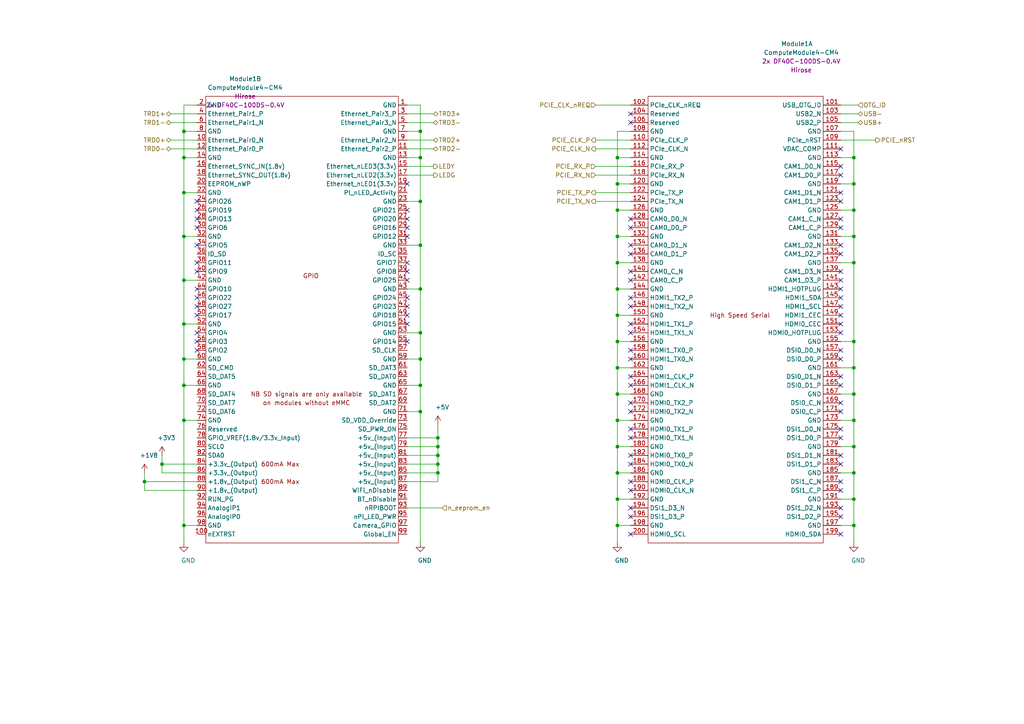
<source format=kicad_sch>
(kicad_sch (version 20211123) (generator eeschema)
  (paper "A4")
  (lib_symbols
    (symbol "CM4_NAS:ComputeModule4-CM4"
      (property "Reference" "Module" (at 113.03 -68.58 0))
      (property "Value" "ComputeModule4-CM4" (at 140.97 2.54 0))
      (property "Field4" "Hirose" (at 0 0 0))
      (property "Field5" "2x DF40C-100DS-0.4V" (at 0 -2.54 0))
      (symbol "ComputeModule4-CM4_1_0"
        (text "GPIO" (at 0 6.35 0) (effects (font (size 1.27 1.27))))
      )
      (symbol "ComputeModule4-CM4_1_1"
        (rectangle (start -30.48 -71.12) (end 25.4 58.42))
        (text "600mA Max" (at -8.89 -53.34 0) (effects (font (size 1.27 1.27))))
        (text "600mA Max" (at -8.89 -48.26 0) (effects (font (size 1.27 1.27))))
        (text "NB SD signals are only available" (at -1.27 -27.94 0) (effects (font (size 1.27 1.27))))
        (text "on modules without eMMC" (at -1.27 -30.48 0) (effects (font (size 1.27 1.27))))
        (pin power_in line (at 27.94 55.88 180) (length 2.54) (name "GND") (number "1"))
        (pin passive line (at -33.02 45.72 0) (length 2.54) (name "Ethernet_Pair0_N") (number "10"))
        (pin output line (at -33.02 -68.58 0) (length 2.54) (name "nEXTRST") (number "100"))
        (pin passive line (at 27.94 43.18 180) (length 2.54) (name "Ethernet_Pair2_P") (number "11"))
        (pin passive line (at -33.02 43.18 0) (length 2.54) (name "Ethernet_Pair0_P") (number "12"))
        (pin power_in line (at 27.94 40.64 180) (length 2.54) (name "GND") (number "13"))
        (pin power_in line (at -33.02 40.64 0) (length 2.54) (name "GND") (number "14"))
        (pin output line (at 27.94 38.1 180) (length 2.54) (name "Ethernet_nLED3(3.3v)") (number "15"))
        (pin input line (at -33.02 38.1 0) (length 2.54) (name "Ethernet_SYNC_IN(1.8v)") (number "16"))
        (pin output line (at 27.94 35.56 180) (length 2.54) (name "Ethernet_nLED2(3.3v)") (number "17"))
        (pin input line (at -33.02 35.56 0) (length 2.54) (name "Ethernet_SYNC_OUT(1.8v)") (number "18"))
        (pin output line (at 27.94 33.02 180) (length 2.54) (name "Ethernet_nLED1(3.3v)") (number "19"))
        (pin power_in line (at -33.02 55.88 0) (length 2.54) (name "GND") (number "2"))
        (pin passive line (at -33.02 33.02 0) (length 2.54) (name "EEPROM_nWP") (number "20"))
        (pin open_collector line (at 27.94 30.48 180) (length 2.54) (name "PI_nLED_Activity") (number "21"))
        (pin power_in line (at -33.02 30.48 0) (length 2.54) (name "GND") (number "22"))
        (pin power_in line (at 27.94 27.94 180) (length 2.54) (name "GND") (number "23"))
        (pin passive line (at -33.02 27.94 0) (length 2.54) (name "GPIO26") (number "24"))
        (pin passive line (at 27.94 25.4 180) (length 2.54) (name "GPIO21") (number "25"))
        (pin passive line (at -33.02 25.4 0) (length 2.54) (name "GPIO19") (number "26"))
        (pin passive line (at 27.94 22.86 180) (length 2.54) (name "GPIO20") (number "27"))
        (pin passive line (at -33.02 22.86 0) (length 2.54) (name "GPIO13") (number "28"))
        (pin passive line (at 27.94 20.32 180) (length 2.54) (name "GPIO16") (number "29"))
        (pin passive line (at 27.94 53.34 180) (length 2.54) (name "Ethernet_Pair3_P") (number "3"))
        (pin passive line (at -33.02 20.32 0) (length 2.54) (name "GPIO6") (number "30"))
        (pin passive line (at 27.94 17.78 180) (length 2.54) (name "GPIO12") (number "31"))
        (pin power_in line (at -33.02 17.78 0) (length 2.54) (name "GND") (number "32"))
        (pin power_in line (at 27.94 15.24 180) (length 2.54) (name "GND") (number "33"))
        (pin passive line (at -33.02 15.24 0) (length 2.54) (name "GPIO5") (number "34"))
        (pin passive line (at 27.94 12.7 180) (length 2.54) (name "ID_SC") (number "35"))
        (pin passive line (at -33.02 12.7 0) (length 2.54) (name "ID_SD") (number "36"))
        (pin passive line (at 27.94 10.16 180) (length 2.54) (name "GPIO7") (number "37"))
        (pin passive line (at -33.02 10.16 0) (length 2.54) (name "GPIO11") (number "38"))
        (pin passive line (at 27.94 7.62 180) (length 2.54) (name "GPIO8") (number "39"))
        (pin passive line (at -33.02 53.34 0) (length 2.54) (name "Ethernet_Pair1_P") (number "4"))
        (pin passive line (at -33.02 7.62 0) (length 2.54) (name "GPIO9") (number "40"))
        (pin passive line (at 27.94 5.08 180) (length 2.54) (name "GPIO25") (number "41"))
        (pin power_in line (at -33.02 5.08 0) (length 2.54) (name "GND") (number "42"))
        (pin power_in line (at 27.94 2.54 180) (length 2.54) (name "GND") (number "43"))
        (pin passive line (at -33.02 2.54 0) (length 2.54) (name "GPIO10") (number "44"))
        (pin passive line (at 27.94 0 180) (length 2.54) (name "GPIO24") (number "45"))
        (pin passive line (at -33.02 0 0) (length 2.54) (name "GPIO22") (number "46"))
        (pin passive line (at 27.94 -2.54 180) (length 2.54) (name "GPIO23") (number "47"))
        (pin passive line (at -33.02 -2.54 0) (length 2.54) (name "GPIO27") (number "48"))
        (pin passive line (at 27.94 -5.08 180) (length 2.54) (name "GPIO18") (number "49"))
        (pin passive line (at 27.94 50.8 180) (length 2.54) (name "Ethernet_Pair3_N") (number "5"))
        (pin passive line (at -33.02 -5.08 0) (length 2.54) (name "GPIO17") (number "50"))
        (pin passive line (at 27.94 -7.62 180) (length 2.54) (name "GPIO15") (number "51"))
        (pin power_in line (at -33.02 -7.62 0) (length 2.54) (name "GND") (number "52"))
        (pin power_in line (at 27.94 -10.16 180) (length 2.54) (name "GND") (number "53"))
        (pin passive line (at -33.02 -10.16 0) (length 2.54) (name "GPIO4") (number "54"))
        (pin passive line (at 27.94 -12.7 180) (length 2.54) (name "GPIO14") (number "55"))
        (pin passive line (at -33.02 -12.7 0) (length 2.54) (name "GPIO3") (number "56"))
        (pin passive line (at 27.94 -15.24 180) (length 2.54) (name "SD_CLK") (number "57"))
        (pin passive line (at -33.02 -15.24 0) (length 2.54) (name "GPIO2") (number "58"))
        (pin power_in line (at 27.94 -17.78 180) (length 2.54) (name "GND") (number "59"))
        (pin passive line (at -33.02 50.8 0) (length 2.54) (name "Ethernet_Pair1_N") (number "6"))
        (pin power_in line (at -33.02 -17.78 0) (length 2.54) (name "GND") (number "60"))
        (pin passive line (at 27.94 -20.32 180) (length 2.54) (name "SD_DAT3") (number "61"))
        (pin passive line (at -33.02 -20.32 0) (length 2.54) (name "SD_CMD") (number "62"))
        (pin passive line (at 27.94 -22.86 180) (length 2.54) (name "SD_DAT0") (number "63"))
        (pin passive line (at -33.02 -22.86 0) (length 2.54) (name "SD_DAT5") (number "64"))
        (pin power_in line (at 27.94 -25.4 180) (length 2.54) (name "GND") (number "65"))
        (pin power_in line (at -33.02 -25.4 0) (length 2.54) (name "GND") (number "66"))
        (pin passive line (at 27.94 -27.94 180) (length 2.54) (name "SD_DAT1") (number "67"))
        (pin passive line (at -33.02 -27.94 0) (length 2.54) (name "SD_DAT4") (number "68"))
        (pin passive line (at 27.94 -30.48 180) (length 2.54) (name "SD_DAT2") (number "69"))
        (pin power_in line (at 27.94 48.26 180) (length 2.54) (name "GND") (number "7"))
        (pin passive line (at -33.02 -30.48 0) (length 2.54) (name "SD_DAT7") (number "70"))
        (pin power_in line (at 27.94 -33.02 180) (length 2.54) (name "GND") (number "71"))
        (pin passive line (at -33.02 -33.02 0) (length 2.54) (name "SD_DAT6") (number "72"))
        (pin input line (at 27.94 -35.56 180) (length 2.54) (name "SD_VDD_Override") (number "73"))
        (pin power_in line (at -33.02 -35.56 0) (length 2.54) (name "GND") (number "74"))
        (pin output line (at 27.94 -38.1 180) (length 2.54) (name "SD_PWR_ON") (number "75"))
        (pin passive line (at -33.02 -38.1 0) (length 2.54) (name "Reserved") (number "76"))
        (pin power_in line (at 27.94 -40.64 180) (length 2.54) (name "+5v_(Input)") (number "77"))
        (pin power_in line (at -33.02 -40.64 0) (length 2.54) (name "GPIO_VREF(1.8v/3.3v_Input)") (number "78"))
        (pin power_in line (at 27.94 -43.18 180) (length 2.54) (name "+5v_(Input)") (number "79"))
        (pin power_in line (at -33.02 48.26 0) (length 2.54) (name "GND") (number "8"))
        (pin passive line (at -33.02 -43.18 0) (length 2.54) (name "SCL0") (number "80"))
        (pin power_in line (at 27.94 -45.72 180) (length 2.54) (name "+5v_(Input)") (number "81"))
        (pin passive line (at -33.02 -45.72 0) (length 2.54) (name "SDA0") (number "82"))
        (pin power_in line (at 27.94 -48.26 180) (length 2.54) (name "+5v_(Input)") (number "83"))
        (pin power_out line (at -33.02 -48.26 0) (length 2.54) (name "+3.3v_(Output)") (number "84"))
        (pin power_in line (at 27.94 -50.8 180) (length 2.54) (name "+5v_(Input)") (number "85"))
        (pin power_out line (at -33.02 -50.8 0) (length 2.54) (name "+3.3v_(Output)") (number "86"))
        (pin power_in line (at 27.94 -53.34 180) (length 2.54) (name "+5v_(Input)") (number "87"))
        (pin power_out line (at -33.02 -53.34 0) (length 2.54) (name "+1.8v_(Output)") (number "88"))
        (pin power_in line (at 27.94 -55.88 180) (length 2.54) (name "WiFi_nDisable") (number "89"))
        (pin passive line (at 27.94 45.72 180) (length 2.54) (name "Ethernet_Pair2_N") (number "9"))
        (pin power_out line (at -33.02 -55.88 0) (length 2.54) (name "+1.8v_(Output)") (number "90"))
        (pin power_in line (at 27.94 -58.42 180) (length 2.54) (name "BT_nDisable") (number "91"))
        (pin passive line (at -33.02 -58.42 0) (length 2.54) (name "RUN_PG") (number "92"))
        (pin input line (at 27.94 -60.96 180) (length 2.54) (name "nRPIBOOT") (number "93"))
        (pin passive line (at -33.02 -60.96 0) (length 2.54) (name "AnalogIP1") (number "94"))
        (pin output line (at 27.94 -63.5 180) (length 2.54) (name "nPI_LED_PWR") (number "95"))
        (pin passive line (at -33.02 -63.5 0) (length 2.54) (name "AnalogIP0") (number "96"))
        (pin passive line (at 27.94 -66.04 180) (length 2.54) (name "Camera_GPIO") (number "97"))
        (pin power_in line (at -33.02 -66.04 0) (length 2.54) (name "GND") (number "98"))
        (pin input line (at 27.94 -68.58 180) (length 2.54) (name "Global_EN") (number "99"))
      )
      (symbol "ComputeModule4-CM4_2_1"
        (rectangle (start 114.3 -66.04) (end 165.1 63.5))
        (text "High Speed Serial" (at 140.97 0 0) (effects (font (size 1.27 1.27))))
        (pin input line (at 170.18 60.96 180) (length 5.08) (name "USB_OTG_ID") (number "101"))
        (pin input line (at 109.22 60.96 0) (length 5.08) (name "PCIe_CLK_nREQ") (number "102"))
        (pin passive line (at 170.18 58.42 180) (length 5.08) (name "USB2_N") (number "103"))
        (pin passive line (at 109.22 58.42 0) (length 5.08) (name "Reserved") (number "104"))
        (pin passive line (at 170.18 55.88 180) (length 5.08) (name "USB2_P") (number "105"))
        (pin passive line (at 109.22 55.88 0) (length 5.08) (name "Reserved") (number "106"))
        (pin power_in line (at 170.18 53.34 180) (length 5.08) (name "GND") (number "107"))
        (pin power_in line (at 109.22 53.34 0) (length 5.08) (name "GND") (number "108"))
        (pin bidirectional line (at 170.18 50.8 180) (length 5.08) (name "PCIe_nRST") (number "109"))
        (pin output line (at 109.22 50.8 0) (length 5.08) (name "PCIe_CLK_P") (number "110"))
        (pin passive line (at 170.18 48.26 180) (length 5.08) (name "VDAC_COMP") (number "111"))
        (pin output line (at 109.22 48.26 0) (length 5.08) (name "PCIe_CLK_N") (number "112"))
        (pin power_in line (at 170.18 45.72 180) (length 5.08) (name "GND") (number "113"))
        (pin power_in line (at 109.22 45.72 0) (length 5.08) (name "GND") (number "114"))
        (pin input line (at 170.18 43.18 180) (length 5.08) (name "CAM1_D0_N") (number "115"))
        (pin input line (at 109.22 43.18 0) (length 5.08) (name "PCIe_RX_P") (number "116"))
        (pin input line (at 170.18 40.64 180) (length 5.08) (name "CAM1_D0_P") (number "117"))
        (pin input line (at 109.22 40.64 0) (length 5.08) (name "PCIe_RX_N") (number "118"))
        (pin power_in line (at 170.18 38.1 180) (length 5.08) (name "GND") (number "119"))
        (pin power_in line (at 109.22 38.1 0) (length 5.08) (name "GND") (number "120"))
        (pin input line (at 170.18 35.56 180) (length 5.08) (name "CAM1_D1_N") (number "121"))
        (pin output line (at 109.22 35.56 0) (length 5.08) (name "PCIe_TX_P") (number "122"))
        (pin input line (at 170.18 33.02 180) (length 5.08) (name "CAM1_D1_P") (number "123"))
        (pin output line (at 109.22 33.02 0) (length 5.08) (name "PCIe_TX_N") (number "124"))
        (pin power_in line (at 170.18 30.48 180) (length 5.08) (name "GND") (number "125"))
        (pin power_in line (at 109.22 30.48 0) (length 5.08) (name "GND") (number "126"))
        (pin input line (at 170.18 27.94 180) (length 5.08) (name "CAM1_C_N") (number "127"))
        (pin input line (at 109.22 27.94 0) (length 5.08) (name "CAM0_D0_N") (number "128"))
        (pin input line (at 170.18 25.4 180) (length 5.08) (name "CAM1_C_P") (number "129"))
        (pin input line (at 109.22 25.4 0) (length 5.08) (name "CAM0_D0_P") (number "130"))
        (pin power_in line (at 170.18 22.86 180) (length 5.08) (name "GND") (number "131"))
        (pin power_in line (at 109.22 22.86 0) (length 5.08) (name "GND") (number "132"))
        (pin input line (at 170.18 20.32 180) (length 5.08) (name "CAM1_D2_N") (number "133"))
        (pin input line (at 109.22 20.32 0) (length 5.08) (name "CAM0_D1_N") (number "134"))
        (pin input line (at 170.18 17.78 180) (length 5.08) (name "CAM1_D2_P") (number "135"))
        (pin input line (at 109.22 17.78 0) (length 5.08) (name "CAM0_D1_P") (number "136"))
        (pin power_in line (at 170.18 15.24 180) (length 5.08) (name "GND") (number "137"))
        (pin power_in line (at 109.22 15.24 0) (length 5.08) (name "GND") (number "138"))
        (pin input line (at 170.18 12.7 180) (length 5.08) (name "CAM1_D3_N") (number "139"))
        (pin input line (at 109.22 12.7 0) (length 5.08) (name "CAM0_C_N") (number "140"))
        (pin input line (at 170.18 10.16 180) (length 5.08) (name "CAM1_D3_P") (number "141"))
        (pin input line (at 109.22 10.16 0) (length 5.08) (name "CAM0_C_P") (number "142"))
        (pin input line (at 170.18 7.62 180) (length 5.08) (name "HDMI1_HOTPLUG") (number "143"))
        (pin power_in line (at 109.22 7.62 0) (length 5.08) (name "GND") (number "144"))
        (pin bidirectional line (at 170.18 5.08 180) (length 5.08) (name "HDMI1_SDA") (number "145"))
        (pin output line (at 109.22 5.08 0) (length 5.08) (name "HDMI1_TX2_P") (number "146"))
        (pin open_collector line (at 170.18 2.54 180) (length 5.08) (name "HDMI1_SCL") (number "147"))
        (pin output line (at 109.22 2.54 0) (length 5.08) (name "HDMI1_TX2_N") (number "148"))
        (pin open_collector line (at 170.18 0 180) (length 5.08) (name "HDMI1_CEC") (number "149"))
        (pin power_in line (at 109.22 0 0) (length 5.08) (name "GND") (number "150"))
        (pin open_collector line (at 170.18 -2.54 180) (length 5.08) (name "HDMI0_CEC") (number "151"))
        (pin output line (at 109.22 -2.54 0) (length 5.08) (name "HDMI1_TX1_P") (number "152"))
        (pin input line (at 170.18 -5.08 180) (length 5.08) (name "HDMI0_HOTPLUG") (number "153"))
        (pin output line (at 109.22 -5.08 0) (length 5.08) (name "HDMI1_TX1_N") (number "154"))
        (pin power_in line (at 170.18 -7.62 180) (length 5.08) (name "GND") (number "155"))
        (pin power_in line (at 109.22 -7.62 0) (length 5.08) (name "GND") (number "156"))
        (pin output line (at 170.18 -10.16 180) (length 5.08) (name "DSI0_D0_N") (number "157"))
        (pin output line (at 109.22 -10.16 0) (length 5.08) (name "HDMI1_TX0_P") (number "158"))
        (pin output line (at 170.18 -12.7 180) (length 5.08) (name "DSI0_D0_P") (number "159"))
        (pin output line (at 109.22 -12.7 0) (length 5.08) (name "HDMI1_TX0_N") (number "160"))
        (pin power_in line (at 170.18 -15.24 180) (length 5.08) (name "GND") (number "161"))
        (pin power_in line (at 109.22 -15.24 0) (length 5.08) (name "GND") (number "162"))
        (pin output line (at 170.18 -17.78 180) (length 5.08) (name "DSI0_D1_N") (number "163"))
        (pin output line (at 109.22 -17.78 0) (length 5.08) (name "HDMI1_CLK_P") (number "164"))
        (pin output line (at 170.18 -20.32 180) (length 5.08) (name "DSI0_D1_P") (number "165"))
        (pin output line (at 109.22 -20.32 0) (length 5.08) (name "HDMI1_CLK_N") (number "166"))
        (pin power_in line (at 170.18 -22.86 180) (length 5.08) (name "GND") (number "167"))
        (pin power_in line (at 109.22 -22.86 0) (length 5.08) (name "GND") (number "168"))
        (pin output line (at 170.18 -25.4 180) (length 5.08) (name "DSI0_C_N") (number "169"))
        (pin output line (at 109.22 -25.4 0) (length 5.08) (name "HDMI0_TX2_P") (number "170"))
        (pin output line (at 170.18 -27.94 180) (length 5.08) (name "DSI0_C_P") (number "171"))
        (pin output line (at 109.22 -27.94 0) (length 5.08) (name "HDMI0_TX2_N") (number "172"))
        (pin power_in line (at 170.18 -30.48 180) (length 5.08) (name "GND") (number "173"))
        (pin power_in line (at 109.22 -30.48 0) (length 5.08) (name "GND") (number "174"))
        (pin output line (at 170.18 -33.02 180) (length 5.08) (name "DSI1_D0_N") (number "175"))
        (pin output line (at 109.22 -33.02 0) (length 5.08) (name "HDMI0_TX1_P") (number "176"))
        (pin output line (at 170.18 -35.56 180) (length 5.08) (name "DSI1_D0_P") (number "177"))
        (pin output line (at 109.22 -35.56 0) (length 5.08) (name "HDMI0_TX1_N") (number "178"))
        (pin power_in line (at 170.18 -38.1 180) (length 5.08) (name "GND") (number "179"))
        (pin power_in line (at 109.22 -38.1 0) (length 5.08) (name "GND") (number "180"))
        (pin output line (at 170.18 -40.64 180) (length 5.08) (name "DSI1_D1_N") (number "181"))
        (pin output line (at 109.22 -40.64 0) (length 5.08) (name "HDMI0_TX0_P") (number "182"))
        (pin output line (at 170.18 -43.18 180) (length 5.08) (name "DSI1_D1_P") (number "183"))
        (pin output line (at 109.22 -43.18 0) (length 5.08) (name "HDMI0_TX0_N") (number "184"))
        (pin power_in line (at 170.18 -45.72 180) (length 5.08) (name "GND") (number "185"))
        (pin power_in line (at 109.22 -45.72 0) (length 5.08) (name "GND") (number "186"))
        (pin output line (at 170.18 -48.26 180) (length 5.08) (name "DSI1_C_N") (number "187"))
        (pin output line (at 109.22 -48.26 0) (length 5.08) (name "HDMI0_CLK_P") (number "188"))
        (pin output line (at 170.18 -50.8 180) (length 5.08) (name "DSI1_C_P") (number "189"))
        (pin output line (at 109.22 -50.8 0) (length 5.08) (name "HDMI0_CLK_N") (number "190"))
        (pin power_in line (at 170.18 -53.34 180) (length 5.08) (name "GND") (number "191"))
        (pin power_in line (at 109.22 -53.34 0) (length 5.08) (name "GND") (number "192"))
        (pin output line (at 170.18 -55.88 180) (length 5.08) (name "DSI1_D2_N") (number "193"))
        (pin output line (at 109.22 -55.88 0) (length 5.08) (name "DSI1_D3_N") (number "194"))
        (pin output line (at 170.18 -58.42 180) (length 5.08) (name "DSI1_D2_P") (number "195"))
        (pin output line (at 109.22 -58.42 0) (length 5.08) (name "DSI1_D3_P") (number "196"))
        (pin power_in line (at 170.18 -60.96 180) (length 5.08) (name "GND") (number "197"))
        (pin power_in line (at 109.22 -60.96 0) (length 5.08) (name "GND") (number "198"))
        (pin bidirectional line (at 170.18 -63.5 180) (length 5.08) (name "HDMI0_SDA") (number "199"))
        (pin open_collector line (at 109.22 -63.5 0) (length 5.08) (name "HDMI0_SCL") (number "200"))
      )
    )
    (symbol "power:+1V8" (power) (pin_names (offset 0))
      (property "Value" "+1V8" (at 0 3.556 0))
      (symbol "+1V8_0_1"
        (polyline (pts (xy -0.762 1.27) (xy 0 2.54)))
        (polyline (pts (xy 0 0) (xy 0 2.54)))
        (polyline (pts (xy 0 2.54) (xy 0.762 1.27)))
      )
      (symbol "+1V8_1_1"
        (pin power_in line (at 0 0 90) (length 0) hide (name "+1V8") (number "1"))
      )
    )
    (symbol "power:+3V3" (power) (pin_names (offset 0))
      (property "Value" "+3V3" (at 0 3.556 0))
      (symbol "+3V3_0_1"
        (polyline (pts (xy -0.762 1.27) (xy 0 2.54)))
        (polyline (pts (xy 0 0) (xy 0 2.54)))
        (polyline (pts (xy 0 2.54) (xy 0.762 1.27)))
      )
      (symbol "+3V3_1_1"
        (pin power_in line (at 0 0 90) (length 0) hide (name "+3V3") (number "1"))
      )
    )
    (symbol "power:+5V" (power) (pin_names (offset 0))
      (property "Value" "+5V" (at 0 3.556 0))
      (symbol "+5V_0_1"
        (polyline (pts (xy -0.762 1.27) (xy 0 2.54)))
        (polyline (pts (xy 0 0) (xy 0 2.54)))
        (polyline (pts (xy 0 2.54) (xy 0.762 1.27)))
      )
      (symbol "+5V_1_1"
        (pin power_in line (at 0 0 90) (length 0) hide (name "+5V") (number "1"))
      )
    )
    (symbol "power:GND" (power) (pin_names (offset 0))
      (property "Value" "GND" (at 0 -3.81 0))
      (symbol "GND_0_1"
        (polyline (pts (xy 0 0) (xy 0 -1.27) (xy 1.27 -1.27) (xy 0 -2.54) (xy -1.27 -1.27) (xy 0 -1.27)))
      )
      (symbol "GND_1_1"
        (pin power_in line (at 0 0 270) (length 0) hide (name "GND") (number "1"))
      )
    )
  )
  (junction (at 247.65 129.54) (diameter 0.9144))
  (junction (at 179.07 45.72) (diameter 0.9144))
  (junction (at 179.07 121.92) (diameter 0.9144))
  (junction (at 41.91 139.7) (diameter 0.9144))
  (junction (at 127 137.16) (diameter 0.9144))
  (junction (at 53.34 68.58) (diameter 0.9144))
  (junction (at 247.65 106.68) (diameter 0.9144))
  (junction (at 53.34 81.28) (diameter 0.9144))
  (junction (at 247.65 99.06) (diameter 0.9144))
  (junction (at 121.92 38.1) (diameter 0.9144))
  (junction (at 179.07 91.44) (diameter 0.9144))
  (junction (at 179.07 60.96) (diameter 0.9144))
  (junction (at 121.92 119.38) (diameter 0.9144))
  (junction (at 127 129.54) (diameter 0.9144))
  (junction (at 247.65 144.78) (diameter 0.9144))
  (junction (at 247.65 114.3) (diameter 0.9144))
  (junction (at 53.34 93.98) (diameter 0.9144))
  (junction (at 247.65 76.2) (diameter 0.9144))
  (junction (at 179.07 152.4) (diameter 0.9144))
  (junction (at 247.65 45.72) (diameter 0.9144))
  (junction (at 179.07 106.68) (diameter 0.9144))
  (junction (at 247.65 137.16) (diameter 0.9144))
  (junction (at 179.07 129.54) (diameter 0.9144))
  (junction (at 53.34 121.92) (diameter 0.9144))
  (junction (at 53.34 38.1) (diameter 0.9144))
  (junction (at 127 132.08) (diameter 0.9144))
  (junction (at 121.92 96.52) (diameter 0.9144))
  (junction (at 121.92 71.12) (diameter 0.9144))
  (junction (at 247.65 68.58) (diameter 0.9144))
  (junction (at 247.65 60.96) (diameter 0.9144))
  (junction (at 179.07 137.16) (diameter 0.9144))
  (junction (at 53.34 152.4) (diameter 0.9144))
  (junction (at 121.92 104.14) (diameter 0.9144))
  (junction (at 179.07 83.82) (diameter 0.9144))
  (junction (at 53.34 104.14) (diameter 0.9144))
  (junction (at 127 127) (diameter 0.9144))
  (junction (at 247.65 152.4) (diameter 0.9144))
  (junction (at 179.07 68.58) (diameter 0.9144))
  (junction (at 179.07 76.2) (diameter 0.9144))
  (junction (at 53.34 111.76) (diameter 0.9144))
  (junction (at 121.92 58.42) (diameter 0.9144))
  (junction (at 53.34 55.88) (diameter 0.9144))
  (junction (at 247.65 53.34) (diameter 0.9144))
  (junction (at 179.07 53.34) (diameter 0.9144))
  (junction (at 46.99 134.62) (diameter 0.9144))
  (junction (at 121.92 83.82) (diameter 0.9144))
  (junction (at 127 134.62) (diameter 0.9144))
  (junction (at 53.34 45.72) (diameter 0.9144))
  (junction (at 179.07 144.78) (diameter 0.9144))
  (junction (at 179.07 114.3) (diameter 0.9144))
  (junction (at 179.07 99.06) (diameter 0.9144))
  (junction (at 121.92 111.76) (diameter 0.9144))
  (junction (at 247.65 121.92) (diameter 0.9144))
  (junction (at 121.92 45.72) (diameter 0.9144))
  (no_connect (at 57.15 76.2))
  (no_connect (at 243.84 149.86))
  (no_connect (at 57.15 88.9))
  (no_connect (at 243.84 88.9))
  (no_connect (at 57.15 66.04))
  (no_connect (at 243.84 104.14))
  (no_connect (at 243.84 73.66))
  (no_connect (at 57.15 91.44))
  (no_connect (at 182.88 93.98))
  (no_connect (at 243.84 55.88))
  (no_connect (at 243.84 109.22))
  (no_connect (at 243.84 86.36))
  (no_connect (at 182.88 104.14))
  (no_connect (at 182.88 66.04))
  (no_connect (at 243.84 66.04))
  (no_connect (at 243.84 132.08))
  (no_connect (at 243.84 43.18))
  (no_connect (at 182.88 109.22))
  (no_connect (at 182.88 116.84))
  (no_connect (at 118.11 63.5))
  (no_connect (at 118.11 91.44))
  (no_connect (at 182.88 139.7))
  (no_connect (at 57.15 71.12))
  (no_connect (at 243.84 116.84))
  (no_connect (at 118.11 93.98))
  (no_connect (at 57.15 78.74))
  (no_connect (at 243.84 139.7))
  (no_connect (at 118.11 68.58))
  (no_connect (at 118.11 88.9))
  (no_connect (at 182.88 147.32))
  (no_connect (at 182.88 124.46))
  (no_connect (at 57.15 96.52))
  (no_connect (at 57.15 99.06))
  (no_connect (at 182.88 35.56))
  (no_connect (at 57.15 101.6))
  (no_connect (at 243.84 91.44))
  (no_connect (at 118.11 53.34))
  (no_connect (at 182.88 33.02))
  (no_connect (at 57.15 58.42))
  (no_connect (at 182.88 142.24))
  (no_connect (at 182.88 134.62))
  (no_connect (at 243.84 81.28))
  (no_connect (at 118.11 78.74))
  (no_connect (at 243.84 134.62))
  (no_connect (at 182.88 101.6))
  (no_connect (at 243.84 119.38))
  (no_connect (at 243.84 83.82))
  (no_connect (at 118.11 60.96))
  (no_connect (at 182.88 119.38))
  (no_connect (at 118.11 99.06))
  (no_connect (at 182.88 127))
  (no_connect (at 243.84 154.94))
  (no_connect (at 118.11 76.2))
  (no_connect (at 182.88 71.12))
  (no_connect (at 182.88 149.86))
  (no_connect (at 182.88 86.36))
  (no_connect (at 243.84 48.26))
  (no_connect (at 243.84 50.8))
  (no_connect (at 243.84 71.12))
  (no_connect (at 182.88 73.66))
  (no_connect (at 57.15 83.82))
  (no_connect (at 182.88 154.94))
  (no_connect (at 243.84 101.6))
  (no_connect (at 243.84 127))
  (no_connect (at 243.84 142.24))
  (no_connect (at 243.84 78.74))
  (no_connect (at 57.15 60.96))
  (no_connect (at 243.84 96.52))
  (no_connect (at 182.88 111.76))
  (no_connect (at 118.11 81.28))
  (no_connect (at 57.15 86.36))
  (no_connect (at 243.84 147.32))
  (no_connect (at 243.84 93.98))
  (no_connect (at 182.88 132.08))
  (no_connect (at 57.15 63.5))
  (no_connect (at 182.88 96.52))
  (no_connect (at 182.88 78.74))
  (no_connect (at 182.88 63.5))
  (no_connect (at 243.84 111.76))
  (no_connect (at 118.11 86.36))
  (no_connect (at 243.84 58.42))
  (no_connect (at 243.84 124.46))
  (no_connect (at 118.11 66.04))
  (no_connect (at 182.88 88.9))
  (no_connect (at 243.84 63.5))
  (no_connect (at 182.88 81.28))
  (wire (pts (xy 118.11 58.42) (xy 121.92 58.42)))
  (wire (pts (xy 243.84 35.56) (xy 248.92 35.56)))
  (wire (pts (xy 247.65 76.2) (xy 247.65 99.06)))
  (wire (pts (xy 121.92 111.76) (xy 121.92 119.38)))
  (wire (pts (xy 118.11 48.26) (xy 125.73 48.26)))
  (wire (pts (xy 172.72 30.48) (xy 182.88 30.48)))
  (wire (pts (xy 121.92 71.12) (xy 121.92 83.82)))
  (wire (pts (xy 179.07 53.34) (xy 179.07 60.96)))
  (wire (pts (xy 49.53 33.02) (xy 57.15 33.02)))
  (wire (pts (xy 243.84 30.48) (xy 248.92 30.48)))
  (wire (pts (xy 243.84 121.92) (xy 247.65 121.92)))
  (wire (pts (xy 179.07 106.68) (xy 179.07 114.3)))
  (wire (pts (xy 118.11 45.72) (xy 121.92 45.72)))
  (wire (pts (xy 118.11 132.08) (xy 127 132.08)))
  (wire (pts (xy 127 132.08) (xy 127 129.54)))
  (wire (pts (xy 121.92 38.1) (xy 121.92 45.72)))
  (wire (pts (xy 118.11 83.82) (xy 121.92 83.82)))
  (wire (pts (xy 53.34 152.4) (xy 53.34 157.48)))
  (wire (pts (xy 118.11 40.64) (xy 125.73 40.64)))
  (wire (pts (xy 172.72 50.8) (xy 182.88 50.8)))
  (wire (pts (xy 179.07 99.06) (xy 182.88 99.06)))
  (wire (pts (xy 247.65 114.3) (xy 247.65 121.92)))
  (wire (pts (xy 53.34 104.14) (xy 53.34 111.76)))
  (wire (pts (xy 53.34 152.4) (xy 57.15 152.4)))
  (wire (pts (xy 49.53 40.64) (xy 57.15 40.64)))
  (wire (pts (xy 247.65 129.54) (xy 247.65 137.16)))
  (wire (pts (xy 53.34 68.58) (xy 53.34 81.28)))
  (wire (pts (xy 243.84 53.34) (xy 247.65 53.34)))
  (wire (pts (xy 179.07 144.78) (xy 182.88 144.78)))
  (wire (pts (xy 247.65 137.16) (xy 247.65 144.78)))
  (wire (pts (xy 243.84 129.54) (xy 247.65 129.54)))
  (wire (pts (xy 172.72 55.88) (xy 182.88 55.88)))
  (wire (pts (xy 53.34 38.1) (xy 57.15 38.1)))
  (wire (pts (xy 118.11 33.02) (xy 125.73 33.02)))
  (wire (pts (xy 243.84 152.4) (xy 247.65 152.4)))
  (wire (pts (xy 179.07 76.2) (xy 182.88 76.2)))
  (wire (pts (xy 118.11 134.62) (xy 127 134.62)))
  (wire (pts (xy 127 134.62) (xy 127 132.08)))
  (wire (pts (xy 118.11 147.32) (xy 128.27 147.32)))
  (wire (pts (xy 247.65 68.58) (xy 247.65 76.2)))
  (wire (pts (xy 121.92 83.82) (xy 121.92 96.52)))
  (wire (pts (xy 53.34 81.28) (xy 53.34 93.98)))
  (wire (pts (xy 46.99 132.08) (xy 46.99 134.62)))
  (wire (pts (xy 46.99 134.62) (xy 57.15 134.62)))
  (wire (pts (xy 179.07 91.44) (xy 179.07 99.06)))
  (wire (pts (xy 247.65 45.72) (xy 247.65 53.34)))
  (wire (pts (xy 121.92 45.72) (xy 121.92 58.42)))
  (wire (pts (xy 118.11 119.38) (xy 121.92 119.38)))
  (wire (pts (xy 118.11 71.12) (xy 121.92 71.12)))
  (wire (pts (xy 53.34 93.98) (xy 53.34 104.14)))
  (wire (pts (xy 49.53 43.18) (xy 57.15 43.18)))
  (wire (pts (xy 243.84 99.06) (xy 247.65 99.06)))
  (wire (pts (xy 243.84 60.96) (xy 247.65 60.96)))
  (wire (pts (xy 247.65 121.92) (xy 247.65 129.54)))
  (wire (pts (xy 243.84 114.3) (xy 247.65 114.3)))
  (wire (pts (xy 179.07 91.44) (xy 182.88 91.44)))
  (wire (pts (xy 179.07 60.96) (xy 179.07 68.58)))
  (wire (pts (xy 247.65 152.4) (xy 247.65 157.48)))
  (wire (pts (xy 179.07 106.68) (xy 182.88 106.68)))
  (wire (pts (xy 53.34 38.1) (xy 53.34 45.72)))
  (wire (pts (xy 172.72 40.64) (xy 182.88 40.64)))
  (wire (pts (xy 53.34 45.72) (xy 53.34 55.88)))
  (wire (pts (xy 179.07 121.92) (xy 179.07 129.54)))
  (wire (pts (xy 179.07 68.58) (xy 182.88 68.58)))
  (wire (pts (xy 118.11 35.56) (xy 125.73 35.56)))
  (wire (pts (xy 53.34 68.58) (xy 57.15 68.58)))
  (wire (pts (xy 41.91 137.16) (xy 41.91 139.7)))
  (wire (pts (xy 41.91 139.7) (xy 57.15 139.7)))
  (wire (pts (xy 53.34 104.14) (xy 57.15 104.14)))
  (wire (pts (xy 53.34 55.88) (xy 57.15 55.88)))
  (wire (pts (xy 53.34 121.92) (xy 53.34 152.4)))
  (wire (pts (xy 53.34 111.76) (xy 57.15 111.76)))
  (wire (pts (xy 179.07 76.2) (xy 179.07 83.82)))
  (wire (pts (xy 243.84 106.68) (xy 247.65 106.68)))
  (wire (pts (xy 243.84 76.2) (xy 247.65 76.2)))
  (wire (pts (xy 179.07 83.82) (xy 182.88 83.82)))
  (wire (pts (xy 243.84 33.02) (xy 248.92 33.02)))
  (wire (pts (xy 179.07 137.16) (xy 179.07 144.78)))
  (wire (pts (xy 179.07 45.72) (xy 182.88 45.72)))
  (wire (pts (xy 53.34 55.88) (xy 53.34 68.58)))
  (wire (pts (xy 118.11 111.76) (xy 121.92 111.76)))
  (wire (pts (xy 179.07 99.06) (xy 179.07 106.68)))
  (wire (pts (xy 53.34 111.76) (xy 53.34 121.92)))
  (wire (pts (xy 243.84 144.78) (xy 247.65 144.78)))
  (wire (pts (xy 179.07 45.72) (xy 179.07 53.34)))
  (wire (pts (xy 243.84 38.1) (xy 247.65 38.1)))
  (wire (pts (xy 179.07 38.1) (xy 179.07 45.72)))
  (wire (pts (xy 121.92 30.48) (xy 121.92 38.1)))
  (wire (pts (xy 121.92 104.14) (xy 121.92 111.76)))
  (wire (pts (xy 121.92 119.38) (xy 121.92 157.48)))
  (wire (pts (xy 247.65 38.1) (xy 247.65 45.72)))
  (wire (pts (xy 243.84 40.64) (xy 254 40.64)))
  (wire (pts (xy 243.84 45.72) (xy 247.65 45.72)))
  (wire (pts (xy 179.07 83.82) (xy 179.07 91.44)))
  (wire (pts (xy 172.72 58.42) (xy 182.88 58.42)))
  (wire (pts (xy 127 123.19) (xy 127 127)))
  (wire (pts (xy 127 127) (xy 118.11 127)))
  (wire (pts (xy 41.91 142.24) (xy 41.91 139.7)))
  (wire (pts (xy 41.91 142.24) (xy 57.15 142.24)))
  (wire (pts (xy 179.07 152.4) (xy 182.88 152.4)))
  (wire (pts (xy 53.34 121.92) (xy 57.15 121.92)))
  (wire (pts (xy 53.34 81.28) (xy 57.15 81.28)))
  (wire (pts (xy 118.11 96.52) (xy 121.92 96.52)))
  (wire (pts (xy 179.07 121.92) (xy 182.88 121.92)))
  (wire (pts (xy 179.07 53.34) (xy 182.88 53.34)))
  (wire (pts (xy 179.07 129.54) (xy 179.07 137.16)))
  (wire (pts (xy 118.11 50.8) (xy 125.73 50.8)))
  (wire (pts (xy 179.07 114.3) (xy 182.88 114.3)))
  (wire (pts (xy 172.72 48.26) (xy 182.88 48.26)))
  (wire (pts (xy 46.99 137.16) (xy 46.99 134.62)))
  (wire (pts (xy 57.15 137.16) (xy 46.99 137.16)))
  (wire (pts (xy 247.65 53.34) (xy 247.65 60.96)))
  (wire (pts (xy 179.07 144.78) (xy 179.07 152.4)))
  (wire (pts (xy 172.72 43.18) (xy 182.88 43.18)))
  (wire (pts (xy 118.11 137.16) (xy 127 137.16)))
  (wire (pts (xy 127 137.16) (xy 127 134.62)))
  (wire (pts (xy 247.65 144.78) (xy 247.65 152.4)))
  (wire (pts (xy 118.11 129.54) (xy 127 129.54)))
  (wire (pts (xy 127 129.54) (xy 127 127)))
  (wire (pts (xy 49.53 35.56) (xy 57.15 35.56)))
  (wire (pts (xy 243.84 137.16) (xy 247.65 137.16)))
  (wire (pts (xy 118.11 104.14) (xy 121.92 104.14)))
  (wire (pts (xy 179.07 60.96) (xy 182.88 60.96)))
  (wire (pts (xy 118.11 30.48) (xy 121.92 30.48)))
  (wire (pts (xy 179.07 129.54) (xy 182.88 129.54)))
  (wire (pts (xy 121.92 96.52) (xy 121.92 104.14)))
  (wire (pts (xy 118.11 38.1) (xy 121.92 38.1)))
  (wire (pts (xy 53.34 30.48) (xy 53.34 38.1)))
  (wire (pts (xy 179.07 114.3) (xy 179.07 121.92)))
  (wire (pts (xy 118.11 139.7) (xy 127 139.7)))
  (wire (pts (xy 127 139.7) (xy 127 137.16)))
  (wire (pts (xy 182.88 38.1) (xy 179.07 38.1)))
  (wire (pts (xy 179.07 152.4) (xy 179.07 157.48)))
  (wire (pts (xy 53.34 45.72) (xy 57.15 45.72)))
  (wire (pts (xy 121.92 58.42) (xy 121.92 71.12)))
  (wire (pts (xy 179.07 68.58) (xy 179.07 76.2)))
  (wire (pts (xy 57.15 30.48) (xy 53.34 30.48)))
  (wire (pts (xy 118.11 43.18) (xy 125.73 43.18)))
  (wire (pts (xy 182.88 137.16) (xy 179.07 137.16)))
  (wire (pts (xy 247.65 106.68) (xy 247.65 114.3)))
  (wire (pts (xy 53.34 93.98) (xy 57.15 93.98)))
  (wire (pts (xy 243.84 68.58) (xy 247.65 68.58)))
  (wire (pts (xy 247.65 60.96) (xy 247.65 68.58)))
  (wire (pts (xy 247.65 99.06) (xy 247.65 106.68)))
  (hierarchical_label "PCIE_nRST" (shape output) (at 254 40.64 0))
  (hierarchical_label "PCIE_CLK_nREQ" (shape input) (at 172.72 30.48 180))
  (hierarchical_label "USB-" (shape bidirectional) (at 248.92 33.02 0))
  (hierarchical_label "PCIE_TX_P" (shape output) (at 172.72 55.88 180))
  (hierarchical_label "TRD1-" (shape bidirectional) (at 49.53 35.56 180))
  (hierarchical_label "PCIE_TX_N" (shape output) (at 172.72 58.42 180))
  (hierarchical_label "TRD2+" (shape bidirectional) (at 125.73 40.64 0))
  (hierarchical_label "TRD3+" (shape bidirectional) (at 125.73 33.02 0))
  (hierarchical_label "PCIE_CLK_P" (shape output) (at 172.72 40.64 180))
  (hierarchical_label "n_eeprom_en" (shape input) (at 128.27 147.32 0))
  (hierarchical_label "TRD3-" (shape bidirectional) (at 125.73 35.56 0))
  (hierarchical_label "PCIE_RX_P" (shape input) (at 172.72 48.26 180))
  (hierarchical_label "TRD0+" (shape bidirectional) (at 49.53 40.64 180))
  (hierarchical_label "PCIE_RX_N" (shape input) (at 172.72 50.8 180))
  (hierarchical_label "PCIE_CLK_N" (shape output) (at 172.72 43.18 180))
  (hierarchical_label "OTG_ID" (shape input) (at 248.92 30.48 0))
  (hierarchical_label "USB+" (shape bidirectional) (at 248.92 35.56 0))
  (hierarchical_label "LEDG" (shape output) (at 125.73 50.8 0))
  (hierarchical_label "TRD2-" (shape bidirectional) (at 125.73 43.18 0))
  (hierarchical_label "TRD1+" (shape bidirectional) (at 49.53 33.02 180))
  (hierarchical_label "LEDY" (shape output) (at 125.73 48.26 0))
  (hierarchical_label "TRD0-" (shape bidirectional) (at 49.53 43.18 180))
  (symbol (lib_id "power:GND") (at 121.92 157.48 0) (unit 1)
    (property "Reference" "#PWR0109" (effects hide))
    (property "Value" "GND" (at 123.19 162.56 0))
  )
  (symbol (lib_id "power:+5V") (at 127 123.19 0) (unit 1)
    (property "Reference" "#PWR0175" (effects hide))
    (property "Value" "+5V" (at 128.27 118.11 0))
  )
  (symbol (lib_id "power:+3V3") (at 46.99 132.08 0) (unit 1)
    (property "Reference" "#PWR0173" (effects hide))
    (property "Value" "+3V3" (at 48.26 127 0))
  )
  (symbol (lib_id "power:GND") (at 247.65 157.48 0) (unit 1)
    (property "Reference" "#PWR0107" (effects hide))
    (property "Value" "GND" (at 248.92 162.56 0))
  )
  (symbol (lib_id "power:GND") (at 53.34 157.48 0) (unit 1)
    (property "Reference" "#PWR0110" (effects hide))
    (property "Value" "GND" (at 54.61 162.56 0))
  )
  (symbol (lib_id "power:GND") (at 179.07 157.48 0) (unit 1)
    (property "Reference" "#PWR0108" (effects hide))
    (property "Value" "GND" (at 180.34 162.56 0))
  )
  (symbol (lib_id "CM4_NAS:ComputeModule4-CM4") (at 90.17 86.36 0) (unit 1)
    (property "Reference" "Module1" (at 231.14 12.7 0))
    (property "Value" "ComputeModule4-CM4" (at 232.41 15.24 0))
    (property "Footprint" "CM4+NAS:Raspberry-Pi-4-Compute-Module" (effects hide))
    (property "Field4" "Hirose" (at 232.41 20.32 0))
    (property "Field5" "2x DF40C-100DS-0.4V" (at 232.41 17.78 0))
    (property "MFR" "Sparkfun" (effects hide))
    (property "MPN" "DEV-17392" (effects hide))
  )
  (symbol (lib_id "power:+1V8") (at 41.91 137.16 0) (unit 1)
    (property "Reference" "#PWR0174" (effects hide))
    (property "Value" "+1V8" (at 43.18 132.08 0))
  )
  (symbol (lib_id "CM4_NAS:ComputeModule4-CM4") (at 73.66 91.44 0) (unit 2)
    (property "Reference" "Module1" (at 71.12 22.86 0))
    (property "Value" "ComputeModule4-CM4" (at 71.12 25.4 0))
    (property "Footprint" "CM4+NAS:Raspberry-Pi-4-Compute-Module" (effects hide))
    (property "Field4" "Hirose" (at 71.12 27.94 0))
    (property "Field5" "2x DF40C-100DS-0.4V" (at 71.12 30.48 0))
    (property "MFR" "Sparkfun" (effects hide))
    (property "MPN" "DEV-17392" (effects hide))
  )
)
</source>
